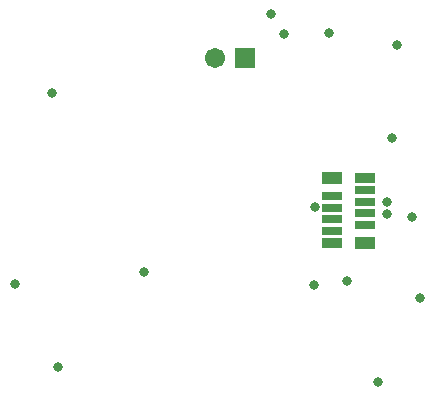
<source format=gbs>
G04 Layer_Color=16711935*
%FSLAX25Y25*%
%MOIN*%
G70*
G01*
G75*
%ADD29C,0.06706*%
%ADD30R,0.06706X0.06706*%
%ADD31C,0.03300*%
%ADD32R,0.06706X0.03556*%
%ADD33R,0.06706X0.03162*%
%ADD34R,0.06706X0.03950*%
D29*
X-3600Y51600D02*
D03*
D30*
X6400D02*
D03*
D31*
X29500Y-24100D02*
D03*
X34500Y60000D02*
D03*
X29900Y1900D02*
D03*
X19500Y59600D02*
D03*
X53900Y3800D02*
D03*
Y-400D02*
D03*
X-70000Y-23500D02*
D03*
X62300Y-1200D02*
D03*
X55500Y25100D02*
D03*
X65000Y-28300D02*
D03*
X50800Y-56200D02*
D03*
X-27000Y-19800D02*
D03*
X-55800Y-51300D02*
D03*
X-57700Y40000D02*
D03*
X15300Y66400D02*
D03*
X57300Y56100D02*
D03*
X40500Y-22800D02*
D03*
D32*
X46700Y11654D02*
D03*
X35676Y-10000D02*
D03*
D33*
X46700Y7717D02*
D03*
Y3779D02*
D03*
Y-158D02*
D03*
Y-4095D02*
D03*
X35676Y5748D02*
D03*
Y1811D02*
D03*
Y-2126D02*
D03*
Y-6063D02*
D03*
D34*
X46700Y-10000D02*
D03*
X35676Y11654D02*
D03*
M02*

</source>
